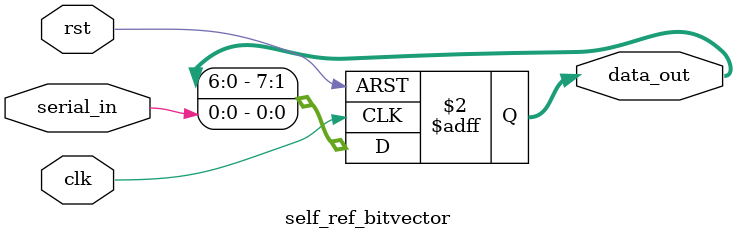
<source format=v>
module self_ref_bitvector (
    input wire clk,
    input wire rst,
    input wire serial_in,
    output reg [7:0] data_out
);

always @(posedge clk or posedge rst) begin
    if (rst) 
        data_out <= 8'b0; // Reset the bitvector
    else
        data_out <= {data_out[6:0], serial_in}; // Self-referential update
end

endmodule

</source>
